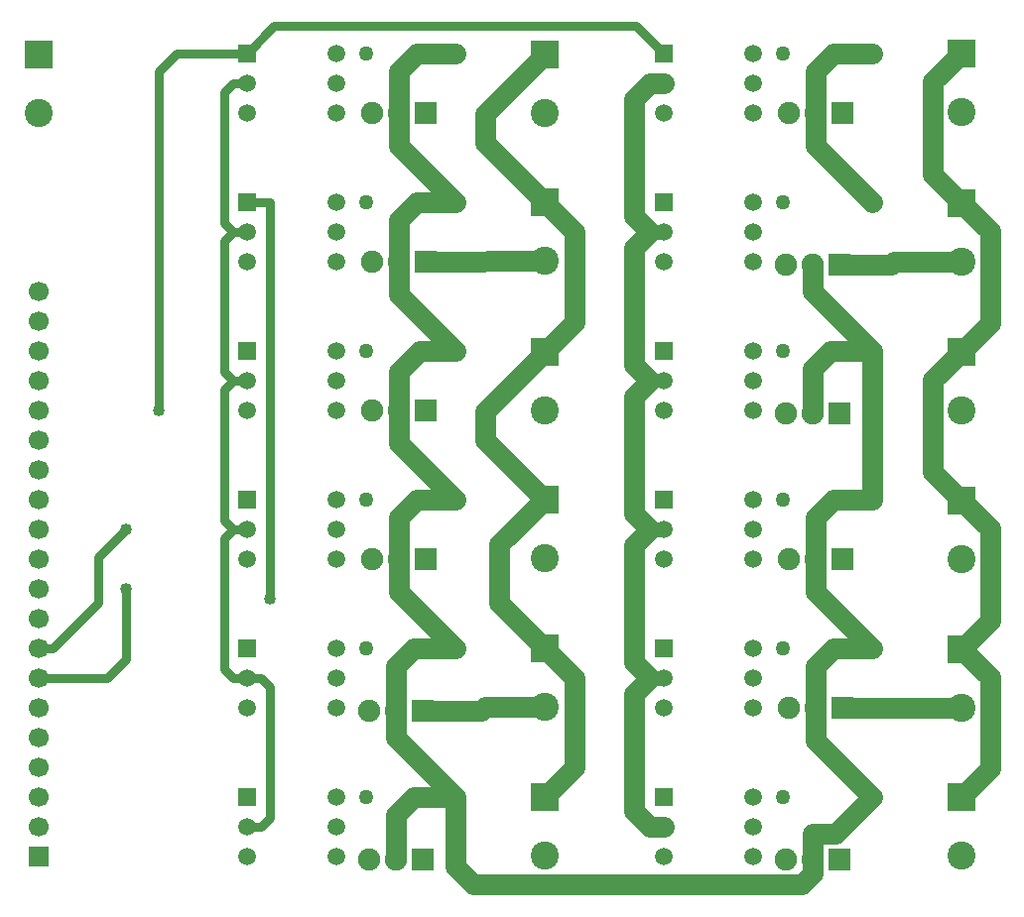
<source format=gbr>
G04 DipTrace 3.2.0.1*
G04 Bottom.gbr*
%MOIN*%
G04 #@! TF.FileFunction,Copper,L2,Bot*
G04 #@! TF.Part,Single*
G04 #@! TA.AperFunction,Conductor*
%ADD13C,0.03*%
%ADD14C,0.07*%
G04 #@! TA.AperFunction,ComponentPad*
%ADD15C,0.05*%
%ADD16R,0.074803X0.074803*%
%ADD17C,0.074803*%
%ADD18R,0.066929X0.066929*%
%ADD19C,0.066929*%
%ADD20R,0.094488X0.094488*%
%ADD21C,0.094488*%
%ADD23C,0.05*%
%ADD24R,0.059055X0.059055*%
%ADD25C,0.059055*%
G04 #@! TA.AperFunction,ViaPad*
%ADD26C,0.04*%
%FSLAX26Y26*%
G04*
G70*
G90*
G75*
G01*
G04 Bottom*
%LPD*%
X2794000Y3394000D2*
D13*
X2702000Y3486000D1*
X1486000D1*
X1394000Y3394000D1*
X1159118D1*
X1099118Y3334000D1*
Y2194000D1*
X1394000Y2894000D2*
X1470000D1*
Y1558000D1*
X1394000Y794000D2*
X1440472D1*
X1470000Y823528D1*
Y1264472D1*
X1440472Y1294000D1*
X1394000D1*
X1347528D1*
X1318000Y1323528D1*
Y1764472D1*
X1347528Y1794000D1*
X1318000Y1823528D1*
Y2264472D1*
X1347528Y2294000D1*
X1318000Y2323528D1*
Y2764472D1*
X1347528Y2794000D1*
X1318000Y2823528D1*
Y3264472D1*
X1347528Y3294000D1*
X1394000D1*
X1347528Y2294000D2*
X1394000D1*
X1347528Y1794000D2*
X1394000D1*
Y2794000D2*
X1347528D1*
X988882Y1594000D2*
Y1356882D1*
X926000Y1294000D1*
X694000D1*
X988882Y1794000D2*
X894000Y1699118D1*
Y1547465D1*
X740535Y1394000D1*
X694000D1*
X2794000Y794000D2*
D14*
X2747528D1*
X2694000Y847528D1*
Y1240472D1*
X2747528Y1294000D1*
X2694000Y1347528D1*
Y1740472D1*
X2747528Y1794000D1*
X2694000Y1847528D1*
Y2240472D1*
X2747528Y2294000D1*
X2694000Y2347528D1*
Y2740472D1*
X2747528Y2794000D1*
X2694000Y2847528D1*
Y3240472D1*
X2747528Y3294000D1*
X2794000D1*
X2747528Y2794000D2*
D15*
X2794000D1*
Y2294000D2*
D13*
X2747528D1*
Y1794000D2*
D15*
X2794000D1*
X2747528Y1294000D2*
X2794000D1*
X3294000Y2684157D2*
D14*
Y2594000D1*
X3494000Y2394000D1*
Y2894000D2*
X3303843Y3084157D1*
Y3194000D1*
X3494000Y2394000D2*
X3354000D1*
X3294000Y2334000D1*
Y2184157D1*
X2094000Y894000D2*
X1954000D1*
X1894000Y834000D1*
Y684157D1*
X1903843Y3194000D2*
Y3331843D1*
X1966000Y3394000D1*
X2094000D1*
Y2894000D2*
X1903843Y3084157D1*
Y3194000D1*
Y2694000D2*
Y2831843D1*
X1966000Y2894000D1*
X2094000D1*
Y2394000D2*
X1903843Y2584157D1*
Y2694000D1*
Y2194000D2*
Y2322000D1*
X1975843Y2394000D1*
X2094000D1*
Y1894000D2*
X1903843Y2084157D1*
Y2194000D1*
Y1694000D2*
Y1831843D1*
X1966000Y1894000D1*
X2094000D1*
Y1394000D2*
X1903843Y1584157D1*
Y1694000D1*
X1894000Y1184157D2*
Y1334000D1*
X1954000Y1394000D1*
X2094000D1*
Y894000D2*
X1894000Y1094000D1*
Y1184157D1*
X3294000Y684157D2*
Y635402D1*
X3256598Y598000D1*
X2154000D1*
X2094000Y658000D1*
Y894000D1*
X3494000D2*
X3370000Y770000D1*
X3294000D1*
Y684157D1*
X3303843Y1194000D2*
Y1084157D1*
X3494000Y894000D1*
Y1394000D2*
X3366000D1*
X3303843Y1331843D1*
Y1194000D1*
Y1694000D2*
Y1584157D1*
X3494000Y1394000D1*
Y1894000D2*
X3366000D1*
X3303843Y1831843D1*
Y1694000D1*
X3494000Y2394000D2*
Y1894000D1*
X3303843Y3194000D2*
Y3331843D1*
X3366000Y3394000D1*
X3494000D1*
X2394000Y3390850D2*
X2194000Y3190850D1*
Y3094000D1*
X2394000Y2894000D1*
X3794000Y894000D2*
X3890000Y990000D1*
Y1294850D1*
X3794000Y1390850D1*
X2394000Y1394000D2*
X2494000Y1294000D1*
Y994000D1*
X2394000Y894000D1*
Y1894000D2*
X2242000Y1742000D1*
Y1546000D1*
X2394000Y1394000D1*
Y2390850D2*
X2194000Y2190850D1*
Y2094000D1*
X2394000Y1894000D1*
Y2894000D2*
X2494000Y2794000D1*
Y2490850D1*
X2394000Y2390850D1*
X3794000Y2890850D2*
X3698000Y2986850D1*
Y3298000D1*
X3794000Y3394000D1*
Y2390850D2*
X3890000Y2486850D1*
Y2794850D1*
X3794000Y2890850D1*
Y1890850D2*
X3698000Y1986850D1*
Y2294850D1*
X3794000Y2390850D1*
Y1390850D2*
X3890000Y1486850D1*
Y1794850D1*
X3794000Y1890850D1*
X2394000Y2697150D2*
X1994000Y2694000D1*
X1984157Y1184157D2*
X2181008D1*
X2194000Y1197150D1*
X2394000D1*
X3794000Y2694000D2*
X3567843D1*
X3558000Y2684157D1*
X3384157D1*
X3794000Y1194000D2*
X3394000D1*
D26*
X1099118Y2194000D3*
X988882Y1594000D3*
Y1794000D3*
X1470000Y1558000D3*
D16*
X1994000Y3194000D3*
D17*
X1903843D3*
X1813685D3*
D16*
X1994000Y2694000D3*
D17*
X1903843D3*
X1813685D3*
D16*
X1994000Y2194000D3*
D17*
X1903843D3*
X1813685D3*
D16*
X1994000Y1694000D3*
D17*
X1903843D3*
X1813685D3*
D16*
X1984157Y1184157D3*
D17*
X1894000D3*
X1803843D3*
D16*
X1984157Y684157D3*
D17*
X1894000D3*
X1803843D3*
D16*
X3394000Y3194000D3*
D17*
X3303843D3*
X3213685D3*
D16*
X3384157Y2684157D3*
D17*
X3294000D3*
X3203843D3*
D16*
X3384157Y2184157D3*
D17*
X3294000D3*
X3203843D3*
D16*
X3394000Y1694000D3*
D17*
X3303843D3*
X3213685D3*
D16*
X3394000Y1194000D3*
D17*
X3303843D3*
X3213685D3*
D16*
X3384157Y684157D3*
D17*
X3294000D3*
X3203843D3*
D18*
X694000Y694000D3*
D19*
Y794000D3*
Y894000D3*
Y994000D3*
Y1094000D3*
Y1194000D3*
Y1294000D3*
Y1394000D3*
Y1494000D3*
Y1594000D3*
Y1694000D3*
Y1794000D3*
Y1894000D3*
Y1994000D3*
Y2094000D3*
Y2194000D3*
Y2294000D3*
Y2394000D3*
Y2494000D3*
Y2594000D3*
D20*
Y3390850D3*
D21*
Y3194000D3*
D20*
X2394000Y3390850D3*
D21*
Y3194000D3*
D20*
Y2894000D3*
D21*
Y2697150D3*
D20*
Y2390850D3*
D21*
Y2194000D3*
D20*
Y1894000D3*
D21*
Y1697150D3*
D20*
Y1394000D3*
D21*
Y1197150D3*
D20*
Y894000D3*
D21*
Y697150D3*
D20*
X3794000Y3394000D3*
D21*
Y3197150D3*
D20*
Y2890850D3*
D21*
Y2694000D3*
D20*
Y2390850D3*
D21*
Y2194000D3*
D20*
Y1890850D3*
D21*
Y1694000D3*
D20*
Y1390850D3*
D21*
Y1194000D3*
D20*
Y894000D3*
D21*
Y697150D3*
D15*
X2094000Y3394000D3*
D23*
X1794000D3*
D15*
X2094000Y2894000D3*
D23*
X1794000D3*
D15*
X2094000Y2394000D3*
D23*
X1794000D3*
D15*
X2094000Y1894000D3*
D23*
X1794000D3*
D15*
X2094000Y1394000D3*
D23*
X1794000D3*
D15*
X2094000Y894000D3*
D23*
X1794000D3*
D15*
X3494000Y3394000D3*
D23*
X3194000D3*
D15*
X3494000Y2894000D3*
D23*
X3194000D3*
D15*
X3494000Y2394000D3*
D23*
X3194000D3*
D15*
X3494000Y1894000D3*
D23*
X3194000D3*
D15*
X3494000Y1394000D3*
D23*
X3194000D3*
D15*
X3494000Y894000D3*
D23*
X3194000D3*
D24*
X1394000Y3394000D3*
D25*
Y3294000D3*
Y3194000D3*
X1694000D3*
Y3294000D3*
Y3394000D3*
D24*
X1394000Y2894000D3*
D25*
Y2794000D3*
Y2694000D3*
X1694000D3*
Y2794000D3*
Y2894000D3*
D24*
X1394000Y2394000D3*
D25*
Y2294000D3*
Y2194000D3*
X1694000D3*
Y2294000D3*
Y2394000D3*
D24*
X1394000Y1894000D3*
D25*
Y1794000D3*
Y1694000D3*
X1694000D3*
Y1794000D3*
Y1894000D3*
D24*
X1394000Y1394000D3*
D25*
Y1294000D3*
Y1194000D3*
X1694000D3*
Y1294000D3*
Y1394000D3*
D24*
X1394000Y894000D3*
D25*
Y794000D3*
Y694000D3*
X1694000D3*
Y794000D3*
Y894000D3*
D24*
X2794000Y3394000D3*
D25*
Y3294000D3*
Y3194000D3*
X3094000D3*
Y3294000D3*
Y3394000D3*
D24*
X2794000Y2894000D3*
D25*
Y2794000D3*
Y2694000D3*
X3094000D3*
Y2794000D3*
Y2894000D3*
D24*
X2794000Y2394000D3*
D25*
Y2294000D3*
Y2194000D3*
X3094000D3*
Y2294000D3*
Y2394000D3*
D24*
X2794000Y1894000D3*
D25*
Y1794000D3*
Y1694000D3*
X3094000D3*
Y1794000D3*
Y1894000D3*
D24*
X2794000Y1394000D3*
D25*
Y1294000D3*
Y1194000D3*
X3094000D3*
Y1294000D3*
Y1394000D3*
D24*
X2794000Y894000D3*
D25*
Y794000D3*
Y694000D3*
X3094000D3*
Y794000D3*
Y894000D3*
M02*

</source>
